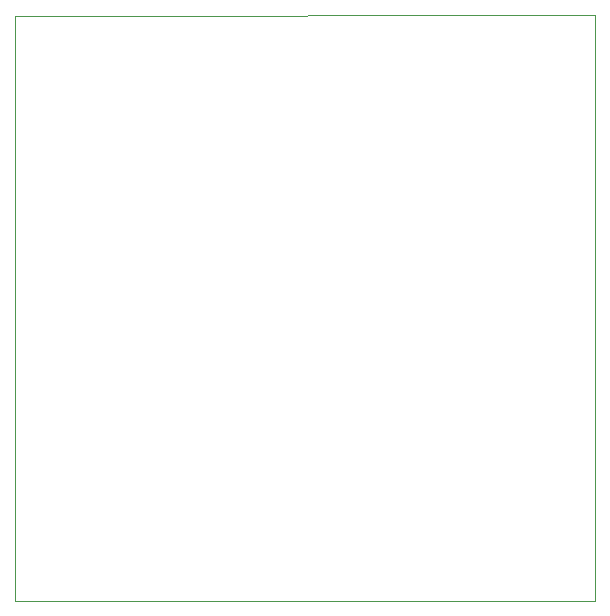
<source format=gbr>
G04 #@! TF.GenerationSoftware,KiCad,Pcbnew,(5.1.2)-2*
G04 #@! TF.CreationDate,2019-07-11T10:47:11+08:00*
G04 #@! TF.ProjectId,HMC346AMS8GE,484d4333-3436-4414-9d53-3847452e6b69,rev?*
G04 #@! TF.SameCoordinates,Original*
G04 #@! TF.FileFunction,Profile,NP*
%FSLAX46Y46*%
G04 Gerber Fmt 4.6, Leading zero omitted, Abs format (unit mm)*
G04 Created by KiCad (PCBNEW (5.1.2)-2) date 2019-07-11 10:47:11*
%MOMM*%
%LPD*%
G04 APERTURE LIST*
%ADD10C,0.050000*%
G04 APERTURE END LIST*
D10*
X168402000Y-73660000D02*
X119253000Y-73787000D01*
X168402000Y-123317000D02*
X168402000Y-73660000D01*
X119253000Y-123317000D02*
X168402000Y-123317000D01*
X119253000Y-73787000D02*
X119253000Y-123317000D01*
M02*

</source>
